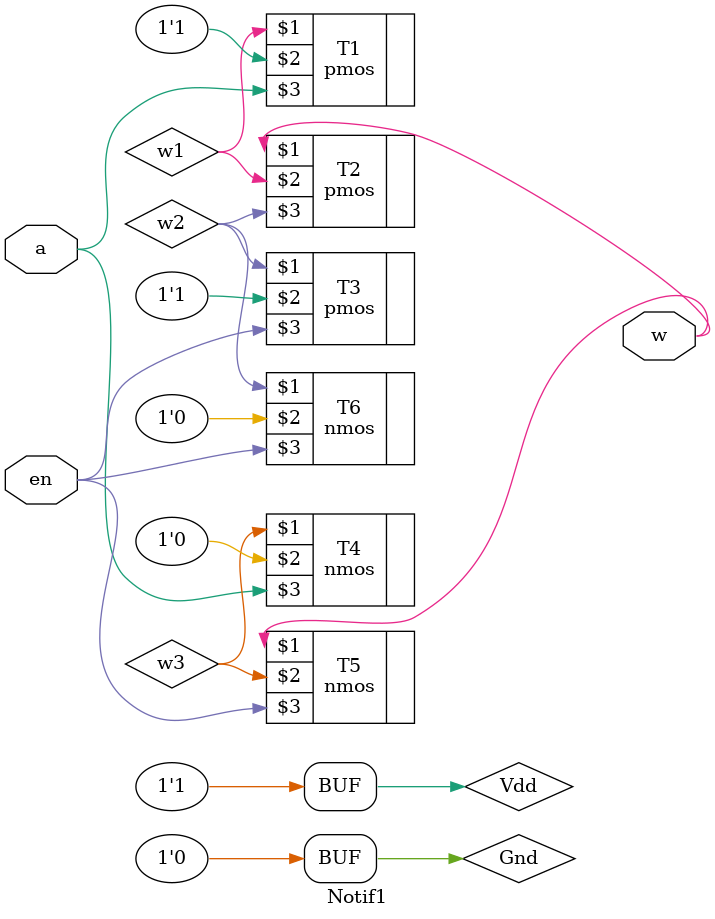
<source format=sv>
`timescale 1ns/1ns
module Nandif1 (input a,b,en,output w);
	supply0 Gnd;
	supply1 Vdd;
	wire w1,w2,w3,w4;
	nmos #(3,5,7) T5(w2,Gnd,en);
	nmos #(3,5,7) T6(w,w4,en);
	nmos #(3,5,7) T7(w4,w3,b);
	nmos #(3,5,7) T8(w3,Gnd,a);
	pmos #(4,7,9) T1(w1,Vdd,a);
	pmos #(4,7,9) T2(w1,Vdd,b);
	pmos #(4,7,9) T3(w,w1,w2);
	pmos #(4,7,9) T4(w2,Vdd,en);
endmodule

module Notif1 (input a,en,output w);
	supply0 Gnd;
	supply1 Vdd;
	wire w1,w2,w3;
	nmos#(3,5,7) T4(w3,Gnd,a);
	nmos#(3,5,7) T5(w,w3,en);
	nmos#(3,5,7) T6(w2,Gnd,en);
	pmos#(4,7,9) T1(w1,Vdd,a);
	pmos#(4,7,9) T2(w,w1,w2);
	pmos#(4,7,9) T3(w2,Vdd,en);
endmodule
</source>
